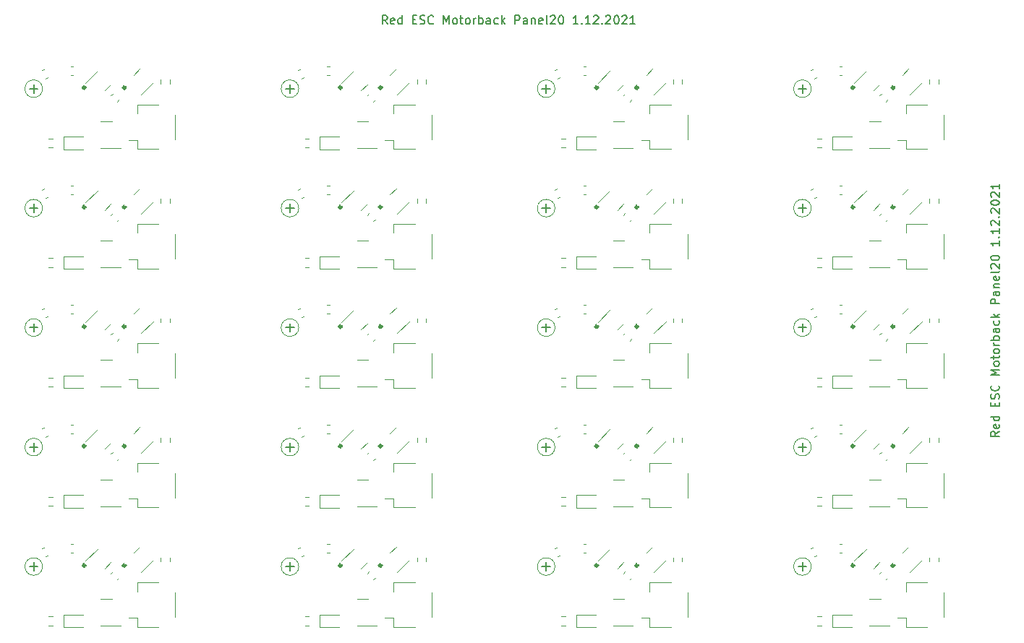
<source format=gbr>
%TF.GenerationSoftware,KiCad,Pcbnew,6.0.0-rc1-unknown-c40e921cb3~144~ubuntu18.04.1*%
%TF.CreationDate,2021-12-01T16:53:05+00:00*%
%TF.ProjectId,output.panel20,6f757470-7574-42e7-9061-6e656c32302e,rev?*%
%TF.SameCoordinates,PX9896800PY7270e00*%
%TF.FileFunction,Legend,Top*%
%TF.FilePolarity,Positive*%
%FSLAX46Y46*%
G04 Gerber Fmt 4.6, Leading zero omitted, Abs format (unit mm)*
G04 Created by KiCad (PCBNEW 6.0.0-rc1-unknown-c40e921cb3~144~ubuntu18.04.1) date 2021-12-01 16:53:05*
%MOMM*%
%LPD*%
G01*
G04 APERTURE LIST*
%ADD10C,0.310000*%
%ADD11C,0.120000*%
%ADD12C,0.150000*%
G04 APERTURE END LIST*
D10*
X-67845000Y29100000D02*
G75*
G03*
X-67845000Y29100000I-155000J0D01*
G01*
D11*
X-47570437Y56970437D02*
G75*
G03*
X-47570437Y56970437I-1029563J0D01*
G01*
D10*
X-72545000Y43100000D02*
G75*
G03*
X-72545000Y43100000I-155000J0D01*
G01*
X22155000Y29100000D02*
G75*
G03*
X22155000Y29100000I-155000J0D01*
G01*
X-7845000Y43100000D02*
G75*
G03*
X-7845000Y43100000I-155000J0D01*
G01*
X-67845000Y1100000D02*
G75*
G03*
X-67845000Y1100000I-155000J0D01*
G01*
X-7845000Y29100000D02*
G75*
G03*
X-7845000Y29100000I-155000J0D01*
G01*
D11*
X-77570437Y970437D02*
G75*
G03*
X-77570437Y970437I-1029563J0D01*
G01*
D10*
X17455000Y29100000D02*
G75*
G03*
X17455000Y29100000I-155000J0D01*
G01*
D11*
X-17570437Y28970437D02*
G75*
G03*
X-17570437Y28970437I-1029563J0D01*
G01*
D10*
X-7845000Y57100000D02*
G75*
G03*
X-7845000Y57100000I-155000J0D01*
G01*
X-67845000Y43100000D02*
G75*
G03*
X-67845000Y43100000I-155000J0D01*
G01*
D11*
X12429563Y42970437D02*
G75*
G03*
X12429563Y42970437I-1029563J0D01*
G01*
D10*
X17455000Y15100000D02*
G75*
G03*
X17455000Y15100000I-155000J0D01*
G01*
D11*
X12429563Y56970437D02*
G75*
G03*
X12429563Y56970437I-1029563J0D01*
G01*
X-77570437Y14970437D02*
G75*
G03*
X-77570437Y14970437I-1029563J0D01*
G01*
D10*
X22155000Y43100000D02*
G75*
G03*
X22155000Y43100000I-155000J0D01*
G01*
X17455000Y57100000D02*
G75*
G03*
X17455000Y57100000I-155000J0D01*
G01*
X-37845000Y57100000D02*
G75*
G03*
X-37845000Y57100000I-155000J0D01*
G01*
X-12545000Y43100000D02*
G75*
G03*
X-12545000Y43100000I-155000J0D01*
G01*
D11*
X-17570437Y56970437D02*
G75*
G03*
X-17570437Y56970437I-1029563J0D01*
G01*
X-17570437Y14970437D02*
G75*
G03*
X-17570437Y14970437I-1029563J0D01*
G01*
D10*
X-12545000Y1100000D02*
G75*
G03*
X-12545000Y1100000I-155000J0D01*
G01*
X-42545000Y1100000D02*
G75*
G03*
X-42545000Y1100000I-155000J0D01*
G01*
X-37845000Y15100000D02*
G75*
G03*
X-37845000Y15100000I-155000J0D01*
G01*
X-67845000Y15100000D02*
G75*
G03*
X-67845000Y15100000I-155000J0D01*
G01*
X-42545000Y15100000D02*
G75*
G03*
X-42545000Y15100000I-155000J0D01*
G01*
D11*
X-77570437Y42970437D02*
G75*
G03*
X-77570437Y42970437I-1029563J0D01*
G01*
D10*
X-12545000Y29100000D02*
G75*
G03*
X-12545000Y29100000I-155000J0D01*
G01*
D11*
X12429563Y14970437D02*
G75*
G03*
X12429563Y14970437I-1029563J0D01*
G01*
D10*
X-42545000Y29100000D02*
G75*
G03*
X-42545000Y29100000I-155000J0D01*
G01*
D11*
X-47570437Y14970437D02*
G75*
G03*
X-47570437Y14970437I-1029563J0D01*
G01*
D10*
X-37845000Y29100000D02*
G75*
G03*
X-37845000Y29100000I-155000J0D01*
G01*
X-12545000Y15100000D02*
G75*
G03*
X-12545000Y15100000I-155000J0D01*
G01*
X22155000Y57100000D02*
G75*
G03*
X22155000Y57100000I-155000J0D01*
G01*
X-72545000Y1100000D02*
G75*
G03*
X-72545000Y1100000I-155000J0D01*
G01*
D11*
X-47570437Y28970437D02*
G75*
G03*
X-47570437Y28970437I-1029563J0D01*
G01*
D10*
X-67845000Y57100000D02*
G75*
G03*
X-67845000Y57100000I-155000J0D01*
G01*
X-42545000Y57100000D02*
G75*
G03*
X-42545000Y57100000I-155000J0D01*
G01*
D11*
X12429563Y970437D02*
G75*
G03*
X12429563Y970437I-1029563J0D01*
G01*
X-17570437Y970437D02*
G75*
G03*
X-17570437Y970437I-1029563J0D01*
G01*
X-77570437Y56970437D02*
G75*
G03*
X-77570437Y56970437I-1029563J0D01*
G01*
D10*
X-72545000Y29100000D02*
G75*
G03*
X-72545000Y29100000I-155000J0D01*
G01*
X-37845000Y1100000D02*
G75*
G03*
X-37845000Y1100000I-155000J0D01*
G01*
X-72545000Y57100000D02*
G75*
G03*
X-72545000Y57100000I-155000J0D01*
G01*
X17455000Y43100000D02*
G75*
G03*
X17455000Y43100000I-155000J0D01*
G01*
X-12545000Y57100000D02*
G75*
G03*
X-12545000Y57100000I-155000J0D01*
G01*
X-72545000Y15100000D02*
G75*
G03*
X-72545000Y15100000I-155000J0D01*
G01*
D11*
X-47570437Y42970437D02*
G75*
G03*
X-47570437Y42970437I-1029563J0D01*
G01*
X-17570437Y42970437D02*
G75*
G03*
X-17570437Y42970437I-1029563J0D01*
G01*
X-77570437Y28970437D02*
G75*
G03*
X-77570437Y28970437I-1029563J0D01*
G01*
D10*
X22155000Y1100000D02*
G75*
G03*
X22155000Y1100000I-155000J0D01*
G01*
D11*
X-47570437Y970437D02*
G75*
G03*
X-47570437Y970437I-1029563J0D01*
G01*
D10*
X-7845000Y15100000D02*
G75*
G03*
X-7845000Y15100000I-155000J0D01*
G01*
X-42545000Y43100000D02*
G75*
G03*
X-42545000Y43100000I-155000J0D01*
G01*
D11*
X12429563Y28970437D02*
G75*
G03*
X12429563Y28970437I-1029563J0D01*
G01*
D10*
X17455000Y1100000D02*
G75*
G03*
X17455000Y1100000I-155000J0D01*
G01*
X22155000Y15100000D02*
G75*
G03*
X22155000Y15100000I-155000J0D01*
G01*
X-7845000Y1100000D02*
G75*
G03*
X-7845000Y1100000I-155000J0D01*
G01*
X-37845000Y43100000D02*
G75*
G03*
X-37845000Y43100000I-155000J0D01*
G01*
D12*
X-49095239Y56977580D02*
X-48104762Y56977580D01*
X-48600000Y56482342D02*
X-48600000Y57472818D01*
X10904761Y977580D02*
X11895238Y977580D01*
X11400000Y482342D02*
X11400000Y1472818D01*
X-79095239Y56977580D02*
X-78104762Y56977580D01*
X-78600000Y56482342D02*
X-78600000Y57472818D01*
X-19095239Y42977580D02*
X-18104762Y42977580D01*
X-18600000Y42482342D02*
X-18600000Y43472818D01*
X-37190477Y64547620D02*
X-37523810Y65023810D01*
X-37761905Y64547620D02*
X-37761905Y65547620D01*
X-37380953Y65547620D01*
X-37285715Y65500000D01*
X-37238096Y65452381D01*
X-37190477Y65357143D01*
X-37190477Y65214286D01*
X-37238096Y65119048D01*
X-37285715Y65071429D01*
X-37380953Y65023810D01*
X-37761905Y65023810D01*
X-36380953Y64595239D02*
X-36476191Y64547620D01*
X-36666667Y64547620D01*
X-36761905Y64595239D01*
X-36809524Y64690477D01*
X-36809524Y65071429D01*
X-36761905Y65166667D01*
X-36666667Y65214286D01*
X-36476191Y65214286D01*
X-36380953Y65166667D01*
X-36333334Y65071429D01*
X-36333334Y64976191D01*
X-36809524Y64880953D01*
X-35476191Y64547620D02*
X-35476191Y65547620D01*
X-35476191Y64595239D02*
X-35571429Y64547620D01*
X-35761905Y64547620D01*
X-35857143Y64595239D01*
X-35904762Y64642858D01*
X-35952381Y64738096D01*
X-35952381Y65023810D01*
X-35904762Y65119048D01*
X-35857143Y65166667D01*
X-35761905Y65214286D01*
X-35571429Y65214286D01*
X-35476191Y65166667D01*
X-34238096Y65071429D02*
X-33904762Y65071429D01*
X-33761905Y64547620D02*
X-34238096Y64547620D01*
X-34238096Y65547620D01*
X-33761905Y65547620D01*
X-33380953Y64595239D02*
X-33238096Y64547620D01*
X-33000000Y64547620D01*
X-32904762Y64595239D01*
X-32857143Y64642858D01*
X-32809524Y64738096D01*
X-32809524Y64833334D01*
X-32857143Y64928572D01*
X-32904762Y64976191D01*
X-33000000Y65023810D01*
X-33190477Y65071429D01*
X-33285715Y65119048D01*
X-33333334Y65166667D01*
X-33380953Y65261905D01*
X-33380953Y65357143D01*
X-33333334Y65452381D01*
X-33285715Y65500000D01*
X-33190477Y65547620D01*
X-32952381Y65547620D01*
X-32809524Y65500000D01*
X-31809524Y64642858D02*
X-31857143Y64595239D01*
X-32000000Y64547620D01*
X-32095239Y64547620D01*
X-32238096Y64595239D01*
X-32333334Y64690477D01*
X-32380953Y64785715D01*
X-32428572Y64976191D01*
X-32428572Y65119048D01*
X-32380953Y65309524D01*
X-32333334Y65404762D01*
X-32238096Y65500000D01*
X-32095239Y65547620D01*
X-32000000Y65547620D01*
X-31857143Y65500000D01*
X-31809524Y65452381D01*
X-30619048Y64547620D02*
X-30619048Y65547620D01*
X-30285715Y64833334D01*
X-29952381Y65547620D01*
X-29952381Y64547620D01*
X-29333334Y64547620D02*
X-29428572Y64595239D01*
X-29476191Y64642858D01*
X-29523810Y64738096D01*
X-29523810Y65023810D01*
X-29476191Y65119048D01*
X-29428572Y65166667D01*
X-29333334Y65214286D01*
X-29190477Y65214286D01*
X-29095239Y65166667D01*
X-29047620Y65119048D01*
X-29000000Y65023810D01*
X-29000000Y64738096D01*
X-29047620Y64642858D01*
X-29095239Y64595239D01*
X-29190477Y64547620D01*
X-29333334Y64547620D01*
X-28714286Y65214286D02*
X-28333334Y65214286D01*
X-28571429Y65547620D02*
X-28571429Y64690477D01*
X-28523810Y64595239D01*
X-28428572Y64547620D01*
X-28333334Y64547620D01*
X-27857143Y64547620D02*
X-27952381Y64595239D01*
X-28000000Y64642858D01*
X-28047620Y64738096D01*
X-28047620Y65023810D01*
X-28000000Y65119048D01*
X-27952381Y65166667D01*
X-27857143Y65214286D01*
X-27714286Y65214286D01*
X-27619048Y65166667D01*
X-27571429Y65119048D01*
X-27523810Y65023810D01*
X-27523810Y64738096D01*
X-27571429Y64642858D01*
X-27619048Y64595239D01*
X-27714286Y64547620D01*
X-27857143Y64547620D01*
X-27095239Y64547620D02*
X-27095239Y65214286D01*
X-27095239Y65023810D02*
X-27047620Y65119048D01*
X-27000000Y65166667D01*
X-26904762Y65214286D01*
X-26809524Y65214286D01*
X-26476191Y64547620D02*
X-26476191Y65547620D01*
X-26476191Y65166667D02*
X-26380953Y65214286D01*
X-26190477Y65214286D01*
X-26095239Y65166667D01*
X-26047620Y65119048D01*
X-26000000Y65023810D01*
X-26000000Y64738096D01*
X-26047620Y64642858D01*
X-26095239Y64595239D01*
X-26190477Y64547620D01*
X-26380953Y64547620D01*
X-26476191Y64595239D01*
X-25142858Y64547620D02*
X-25142858Y65071429D01*
X-25190477Y65166667D01*
X-25285715Y65214286D01*
X-25476191Y65214286D01*
X-25571429Y65166667D01*
X-25142858Y64595239D02*
X-25238096Y64547620D01*
X-25476191Y64547620D01*
X-25571429Y64595239D01*
X-25619048Y64690477D01*
X-25619048Y64785715D01*
X-25571429Y64880953D01*
X-25476191Y64928572D01*
X-25238096Y64928572D01*
X-25142858Y64976191D01*
X-24238096Y64595239D02*
X-24333334Y64547620D01*
X-24523810Y64547620D01*
X-24619048Y64595239D01*
X-24666667Y64642858D01*
X-24714286Y64738096D01*
X-24714286Y65023810D01*
X-24666667Y65119048D01*
X-24619048Y65166667D01*
X-24523810Y65214286D01*
X-24333334Y65214286D01*
X-24238096Y65166667D01*
X-23809524Y64547620D02*
X-23809524Y65547620D01*
X-23714286Y64928572D02*
X-23428572Y64547620D01*
X-23428572Y65214286D02*
X-23809524Y64833334D01*
X-22238096Y64547620D02*
X-22238096Y65547620D01*
X-21857143Y65547620D01*
X-21761905Y65500000D01*
X-21714286Y65452381D01*
X-21666667Y65357143D01*
X-21666667Y65214286D01*
X-21714286Y65119048D01*
X-21761905Y65071429D01*
X-21857143Y65023810D01*
X-22238096Y65023810D01*
X-20809524Y64547620D02*
X-20809524Y65071429D01*
X-20857143Y65166667D01*
X-20952381Y65214286D01*
X-21142858Y65214286D01*
X-21238096Y65166667D01*
X-20809524Y64595239D02*
X-20904762Y64547620D01*
X-21142858Y64547620D01*
X-21238096Y64595239D01*
X-21285715Y64690477D01*
X-21285715Y64785715D01*
X-21238096Y64880953D01*
X-21142858Y64928572D01*
X-20904762Y64928572D01*
X-20809524Y64976191D01*
X-20333334Y65214286D02*
X-20333334Y64547620D01*
X-20333334Y65119048D02*
X-20285715Y65166667D01*
X-20190477Y65214286D01*
X-20047620Y65214286D01*
X-19952381Y65166667D01*
X-19904762Y65071429D01*
X-19904762Y64547620D01*
X-19047620Y64595239D02*
X-19142858Y64547620D01*
X-19333334Y64547620D01*
X-19428572Y64595239D01*
X-19476191Y64690477D01*
X-19476191Y65071429D01*
X-19428572Y65166667D01*
X-19333334Y65214286D01*
X-19142858Y65214286D01*
X-19047620Y65166667D01*
X-19000000Y65071429D01*
X-19000000Y64976191D01*
X-19476191Y64880953D01*
X-18428572Y64547620D02*
X-18523810Y64595239D01*
X-18571429Y64690477D01*
X-18571429Y65547620D01*
X-18095239Y65452381D02*
X-18047620Y65500000D01*
X-17952381Y65547620D01*
X-17714286Y65547620D01*
X-17619048Y65500000D01*
X-17571429Y65452381D01*
X-17523810Y65357143D01*
X-17523810Y65261905D01*
X-17571429Y65119048D01*
X-18142858Y64547620D01*
X-17523810Y64547620D01*
X-16904762Y65547620D02*
X-16809524Y65547620D01*
X-16714286Y65500000D01*
X-16666667Y65452381D01*
X-16619048Y65357143D01*
X-16571429Y65166667D01*
X-16571429Y64928572D01*
X-16619048Y64738096D01*
X-16666667Y64642858D01*
X-16714286Y64595239D01*
X-16809524Y64547620D01*
X-16904762Y64547620D01*
X-17000000Y64595239D01*
X-17047620Y64642858D01*
X-17095239Y64738096D01*
X-17142858Y64928572D01*
X-17142858Y65166667D01*
X-17095239Y65357143D01*
X-17047620Y65452381D01*
X-17000000Y65500000D01*
X-16904762Y65547620D01*
X-14857143Y64547620D02*
X-15428572Y64547620D01*
X-15142858Y64547620D02*
X-15142858Y65547620D01*
X-15238096Y65404762D01*
X-15333334Y65309524D01*
X-15428572Y65261905D01*
X-14428572Y64642858D02*
X-14380953Y64595239D01*
X-14428572Y64547620D01*
X-14476191Y64595239D01*
X-14428572Y64642858D01*
X-14428572Y64547620D01*
X-13428572Y64547620D02*
X-14000000Y64547620D01*
X-13714286Y64547620D02*
X-13714286Y65547620D01*
X-13809524Y65404762D01*
X-13904762Y65309524D01*
X-14000000Y65261905D01*
X-13047620Y65452381D02*
X-13000000Y65500000D01*
X-12904762Y65547620D01*
X-12666667Y65547620D01*
X-12571429Y65500000D01*
X-12523810Y65452381D01*
X-12476191Y65357143D01*
X-12476191Y65261905D01*
X-12523810Y65119048D01*
X-13095239Y64547620D01*
X-12476191Y64547620D01*
X-12047620Y64642858D02*
X-12000000Y64595239D01*
X-12047620Y64547620D01*
X-12095239Y64595239D01*
X-12047620Y64642858D01*
X-12047620Y64547620D01*
X-11619048Y65452381D02*
X-11571429Y65500000D01*
X-11476191Y65547620D01*
X-11238096Y65547620D01*
X-11142858Y65500000D01*
X-11095239Y65452381D01*
X-11047620Y65357143D01*
X-11047620Y65261905D01*
X-11095239Y65119048D01*
X-11666667Y64547620D01*
X-11047620Y64547620D01*
X-10428572Y65547620D02*
X-10333334Y65547620D01*
X-10238096Y65500000D01*
X-10190477Y65452381D01*
X-10142858Y65357143D01*
X-10095239Y65166667D01*
X-10095239Y64928572D01*
X-10142858Y64738096D01*
X-10190477Y64642858D01*
X-10238096Y64595239D01*
X-10333334Y64547620D01*
X-10428572Y64547620D01*
X-10523810Y64595239D01*
X-10571429Y64642858D01*
X-10619048Y64738096D01*
X-10666667Y64928572D01*
X-10666667Y65166667D01*
X-10619048Y65357143D01*
X-10571429Y65452381D01*
X-10523810Y65500000D01*
X-10428572Y65547620D01*
X-9714286Y65452381D02*
X-9666667Y65500000D01*
X-9571429Y65547620D01*
X-9333334Y65547620D01*
X-9238096Y65500000D01*
X-9190477Y65452381D01*
X-9142858Y65357143D01*
X-9142858Y65261905D01*
X-9190477Y65119048D01*
X-9761905Y64547620D01*
X-9142858Y64547620D01*
X-8190477Y64547620D02*
X-8761905Y64547620D01*
X-8476191Y64547620D02*
X-8476191Y65547620D01*
X-8571429Y65404762D01*
X-8666667Y65309524D01*
X-8761905Y65261905D01*
X10904761Y28977580D02*
X11895238Y28977580D01*
X11400000Y28482342D02*
X11400000Y29472818D01*
X-49095239Y42977580D02*
X-48104762Y42977580D01*
X-48600000Y42482342D02*
X-48600000Y43472818D01*
X-19095239Y56977580D02*
X-18104762Y56977580D01*
X-18600000Y56482342D02*
X-18600000Y57472818D01*
X10904761Y56977580D02*
X11895238Y56977580D01*
X11400000Y56482342D02*
X11400000Y57472818D01*
X-49095239Y28977580D02*
X-48104762Y28977580D01*
X-48600000Y28482342D02*
X-48600000Y29472818D01*
X10904761Y14977580D02*
X11895238Y14977580D01*
X11400000Y14482342D02*
X11400000Y15472818D01*
X-19095239Y28977580D02*
X-18104762Y28977580D01*
X-18600000Y28482342D02*
X-18600000Y29472818D01*
X-19095239Y14977580D02*
X-18104762Y14977580D01*
X-18600000Y14482342D02*
X-18600000Y15472818D01*
X-79095239Y28977580D02*
X-78104762Y28977580D01*
X-78600000Y28482342D02*
X-78600000Y29472818D01*
X-79095239Y42977580D02*
X-78104762Y42977580D01*
X-78600000Y42482342D02*
X-78600000Y43472818D01*
X-79095239Y14977580D02*
X-78104762Y14977580D01*
X-78600000Y14482342D02*
X-78600000Y15472818D01*
X10904761Y42977580D02*
X11895238Y42977580D01*
X11400000Y42482342D02*
X11400000Y43472818D01*
X-79095239Y977580D02*
X-78104762Y977580D01*
X-78600000Y482342D02*
X-78600000Y1472818D01*
X34452380Y16809524D02*
X33976190Y16476191D01*
X34452380Y16238096D02*
X33452380Y16238096D01*
X33452380Y16619048D01*
X33500000Y16714286D01*
X33547619Y16761905D01*
X33642857Y16809524D01*
X33785714Y16809524D01*
X33880952Y16761905D01*
X33928571Y16714286D01*
X33976190Y16619048D01*
X33976190Y16238096D01*
X34404761Y17619048D02*
X34452380Y17523810D01*
X34452380Y17333334D01*
X34404761Y17238096D01*
X34309523Y17190477D01*
X33928571Y17190477D01*
X33833333Y17238096D01*
X33785714Y17333334D01*
X33785714Y17523810D01*
X33833333Y17619048D01*
X33928571Y17666667D01*
X34023809Y17666667D01*
X34119047Y17190477D01*
X34452380Y18523810D02*
X33452380Y18523810D01*
X34404761Y18523810D02*
X34452380Y18428572D01*
X34452380Y18238096D01*
X34404761Y18142858D01*
X34357142Y18095239D01*
X34261904Y18047620D01*
X33976190Y18047620D01*
X33880952Y18095239D01*
X33833333Y18142858D01*
X33785714Y18238096D01*
X33785714Y18428572D01*
X33833333Y18523810D01*
X33928571Y19761905D02*
X33928571Y20095239D01*
X34452380Y20238096D02*
X34452380Y19761905D01*
X33452380Y19761905D01*
X33452380Y20238096D01*
X34404761Y20619048D02*
X34452380Y20761905D01*
X34452380Y21000000D01*
X34404761Y21095239D01*
X34357142Y21142858D01*
X34261904Y21190477D01*
X34166666Y21190477D01*
X34071428Y21142858D01*
X34023809Y21095239D01*
X33976190Y21000000D01*
X33928571Y20809524D01*
X33880952Y20714286D01*
X33833333Y20666667D01*
X33738095Y20619048D01*
X33642857Y20619048D01*
X33547619Y20666667D01*
X33500000Y20714286D01*
X33452380Y20809524D01*
X33452380Y21047620D01*
X33500000Y21190477D01*
X34357142Y22190477D02*
X34404761Y22142858D01*
X34452380Y22000000D01*
X34452380Y21904762D01*
X34404761Y21761905D01*
X34309523Y21666667D01*
X34214285Y21619048D01*
X34023809Y21571429D01*
X33880952Y21571429D01*
X33690476Y21619048D01*
X33595238Y21666667D01*
X33500000Y21761905D01*
X33452380Y21904762D01*
X33452380Y22000000D01*
X33500000Y22142858D01*
X33547619Y22190477D01*
X34452380Y23380953D02*
X33452380Y23380953D01*
X34166666Y23714286D01*
X33452380Y24047620D01*
X34452380Y24047620D01*
X34452380Y24666667D02*
X34404761Y24571429D01*
X34357142Y24523810D01*
X34261904Y24476191D01*
X33976190Y24476191D01*
X33880952Y24523810D01*
X33833333Y24571429D01*
X33785714Y24666667D01*
X33785714Y24809524D01*
X33833333Y24904762D01*
X33880952Y24952381D01*
X33976190Y25000000D01*
X34261904Y25000000D01*
X34357142Y24952381D01*
X34404761Y24904762D01*
X34452380Y24809524D01*
X34452380Y24666667D01*
X33785714Y25285715D02*
X33785714Y25666667D01*
X33452380Y25428572D02*
X34309523Y25428572D01*
X34404761Y25476191D01*
X34452380Y25571429D01*
X34452380Y25666667D01*
X34452380Y26142858D02*
X34404761Y26047620D01*
X34357142Y26000000D01*
X34261904Y25952381D01*
X33976190Y25952381D01*
X33880952Y26000000D01*
X33833333Y26047620D01*
X33785714Y26142858D01*
X33785714Y26285715D01*
X33833333Y26380953D01*
X33880952Y26428572D01*
X33976190Y26476191D01*
X34261904Y26476191D01*
X34357142Y26428572D01*
X34404761Y26380953D01*
X34452380Y26285715D01*
X34452380Y26142858D01*
X34452380Y26904762D02*
X33785714Y26904762D01*
X33976190Y26904762D02*
X33880952Y26952381D01*
X33833333Y27000000D01*
X33785714Y27095239D01*
X33785714Y27190477D01*
X34452380Y27523810D02*
X33452380Y27523810D01*
X33833333Y27523810D02*
X33785714Y27619048D01*
X33785714Y27809524D01*
X33833333Y27904762D01*
X33880952Y27952381D01*
X33976190Y28000000D01*
X34261904Y28000000D01*
X34357142Y27952381D01*
X34404761Y27904762D01*
X34452380Y27809524D01*
X34452380Y27619048D01*
X34404761Y27523810D01*
X34452380Y28857143D02*
X33928571Y28857143D01*
X33833333Y28809524D01*
X33785714Y28714286D01*
X33785714Y28523810D01*
X33833333Y28428572D01*
X34404761Y28857143D02*
X34452380Y28761905D01*
X34452380Y28523810D01*
X34404761Y28428572D01*
X34309523Y28380953D01*
X34214285Y28380953D01*
X34119047Y28428572D01*
X34071428Y28523810D01*
X34071428Y28761905D01*
X34023809Y28857143D01*
X34404761Y29761905D02*
X34452380Y29666667D01*
X34452380Y29476191D01*
X34404761Y29380953D01*
X34357142Y29333334D01*
X34261904Y29285715D01*
X33976190Y29285715D01*
X33880952Y29333334D01*
X33833333Y29380953D01*
X33785714Y29476191D01*
X33785714Y29666667D01*
X33833333Y29761905D01*
X34452380Y30190477D02*
X33452380Y30190477D01*
X34071428Y30285715D02*
X34452380Y30571429D01*
X33785714Y30571429D02*
X34166666Y30190477D01*
X34452380Y31761905D02*
X33452380Y31761905D01*
X33452380Y32142858D01*
X33500000Y32238096D01*
X33547619Y32285715D01*
X33642857Y32333334D01*
X33785714Y32333334D01*
X33880952Y32285715D01*
X33928571Y32238096D01*
X33976190Y32142858D01*
X33976190Y31761905D01*
X34452380Y33190477D02*
X33928571Y33190477D01*
X33833333Y33142858D01*
X33785714Y33047620D01*
X33785714Y32857143D01*
X33833333Y32761905D01*
X34404761Y33190477D02*
X34452380Y33095239D01*
X34452380Y32857143D01*
X34404761Y32761905D01*
X34309523Y32714286D01*
X34214285Y32714286D01*
X34119047Y32761905D01*
X34071428Y32857143D01*
X34071428Y33095239D01*
X34023809Y33190477D01*
X33785714Y33666667D02*
X34452380Y33666667D01*
X33880952Y33666667D02*
X33833333Y33714286D01*
X33785714Y33809524D01*
X33785714Y33952381D01*
X33833333Y34047620D01*
X33928571Y34095239D01*
X34452380Y34095239D01*
X34404761Y34952381D02*
X34452380Y34857143D01*
X34452380Y34666667D01*
X34404761Y34571429D01*
X34309523Y34523810D01*
X33928571Y34523810D01*
X33833333Y34571429D01*
X33785714Y34666667D01*
X33785714Y34857143D01*
X33833333Y34952381D01*
X33928571Y35000000D01*
X34023809Y35000000D01*
X34119047Y34523810D01*
X34452380Y35571429D02*
X34404761Y35476191D01*
X34309523Y35428572D01*
X33452380Y35428572D01*
X33547619Y35904762D02*
X33500000Y35952381D01*
X33452380Y36047620D01*
X33452380Y36285715D01*
X33500000Y36380953D01*
X33547619Y36428572D01*
X33642857Y36476191D01*
X33738095Y36476191D01*
X33880952Y36428572D01*
X34452380Y35857143D01*
X34452380Y36476191D01*
X33452380Y37095239D02*
X33452380Y37190477D01*
X33500000Y37285715D01*
X33547619Y37333334D01*
X33642857Y37380953D01*
X33833333Y37428572D01*
X34071428Y37428572D01*
X34261904Y37380953D01*
X34357142Y37333334D01*
X34404761Y37285715D01*
X34452380Y37190477D01*
X34452380Y37095239D01*
X34404761Y37000000D01*
X34357142Y36952381D01*
X34261904Y36904762D01*
X34071428Y36857143D01*
X33833333Y36857143D01*
X33642857Y36904762D01*
X33547619Y36952381D01*
X33500000Y37000000D01*
X33452380Y37095239D01*
X34452380Y39142858D02*
X34452380Y38571429D01*
X34452380Y38857143D02*
X33452380Y38857143D01*
X33595238Y38761905D01*
X33690476Y38666667D01*
X33738095Y38571429D01*
X34357142Y39571429D02*
X34404761Y39619048D01*
X34452380Y39571429D01*
X34404761Y39523810D01*
X34357142Y39571429D01*
X34452380Y39571429D01*
X34452380Y40571429D02*
X34452380Y40000000D01*
X34452380Y40285715D02*
X33452380Y40285715D01*
X33595238Y40190477D01*
X33690476Y40095239D01*
X33738095Y40000000D01*
X33547619Y40952381D02*
X33500000Y41000000D01*
X33452380Y41095239D01*
X33452380Y41333334D01*
X33500000Y41428572D01*
X33547619Y41476191D01*
X33642857Y41523810D01*
X33738095Y41523810D01*
X33880952Y41476191D01*
X34452380Y40904762D01*
X34452380Y41523810D01*
X34357142Y41952381D02*
X34404761Y42000000D01*
X34452380Y41952381D01*
X34404761Y41904762D01*
X34357142Y41952381D01*
X34452380Y41952381D01*
X33547619Y42380953D02*
X33500000Y42428572D01*
X33452380Y42523810D01*
X33452380Y42761905D01*
X33500000Y42857143D01*
X33547619Y42904762D01*
X33642857Y42952381D01*
X33738095Y42952381D01*
X33880952Y42904762D01*
X34452380Y42333334D01*
X34452380Y42952381D01*
X33452380Y43571429D02*
X33452380Y43666667D01*
X33500000Y43761905D01*
X33547619Y43809524D01*
X33642857Y43857143D01*
X33833333Y43904762D01*
X34071428Y43904762D01*
X34261904Y43857143D01*
X34357142Y43809524D01*
X34404761Y43761905D01*
X34452380Y43666667D01*
X34452380Y43571429D01*
X34404761Y43476191D01*
X34357142Y43428572D01*
X34261904Y43380953D01*
X34071428Y43333334D01*
X33833333Y43333334D01*
X33642857Y43380953D01*
X33547619Y43428572D01*
X33500000Y43476191D01*
X33452380Y43571429D01*
X33547619Y44285715D02*
X33500000Y44333334D01*
X33452380Y44428572D01*
X33452380Y44666667D01*
X33500000Y44761905D01*
X33547619Y44809524D01*
X33642857Y44857143D01*
X33738095Y44857143D01*
X33880952Y44809524D01*
X34452380Y44238096D01*
X34452380Y44857143D01*
X34452380Y45809524D02*
X34452380Y45238096D01*
X34452380Y45523810D02*
X33452380Y45523810D01*
X33595238Y45428572D01*
X33690476Y45333334D01*
X33738095Y45238096D01*
X-19095239Y977580D02*
X-18104762Y977580D01*
X-18600000Y482342D02*
X-18600000Y1472818D01*
X-49095239Y14977580D02*
X-48104762Y14977580D01*
X-48600000Y14482342D02*
X-48600000Y15472818D01*
X-49095239Y977580D02*
X-48104762Y977580D01*
X-48600000Y482342D02*
X-48600000Y1472818D01*
%TO.C,*%
D11*
%TO.C,R1*%
X13162742Y-5922500D02*
X13637258Y-5922500D01*
X13162742Y-4877500D02*
X13637258Y-4877500D01*
%TO.C,R2*%
X-33722500Y57562742D02*
X-33722500Y58037258D01*
X-32677500Y57562742D02*
X-32677500Y58037258D01*
%TO.C,C3*%
X20638781Y42360030D02*
X20439970Y42161219D01*
X21360030Y41638781D02*
X21161219Y41439970D01*
%TO.C,C2*%
X15759420Y16590000D02*
X16040580Y16590000D01*
X15759420Y17610000D02*
X16040580Y17610000D01*
%TO.C,D1*%
X-75085000Y7865000D02*
X-72800000Y7865000D01*
X-72800000Y9335000D02*
X-75085000Y9335000D01*
X-75085000Y9335000D02*
X-75085000Y7865000D01*
X-42800000Y9335000D02*
X-45085000Y9335000D01*
X-45085000Y9335000D02*
X-45085000Y7865000D01*
X-45085000Y7865000D02*
X-42800000Y7865000D01*
%TO.C,C3*%
X21360030Y27638781D02*
X21161219Y27439970D01*
X20638781Y28360030D02*
X20439970Y28161219D01*
%TO.C,C2*%
X-14240580Y31610000D02*
X-13959420Y31610000D01*
X-14240580Y30590000D02*
X-13959420Y30590000D01*
%TO.C,C1*%
X-16971323Y58285472D02*
X-17230132Y58175614D01*
X-17369868Y59224386D02*
X-17628677Y59114528D01*
%TO.C,J1*%
X27985000Y9060000D02*
X27985000Y11940000D01*
X23515000Y8940000D02*
X22525000Y8940000D01*
X26015000Y7890000D02*
X23515000Y7890000D01*
X23515000Y7890000D02*
X23515000Y8940000D01*
X26015000Y13110000D02*
X23515000Y13110000D01*
X23515000Y13110000D02*
X23515000Y12060000D01*
%TO.C,C2*%
X-74240580Y58590000D02*
X-73959420Y58590000D01*
X-74240580Y59610000D02*
X-73959420Y59610000D01*
%TO.C,U1*%
X17447380Y15631299D02*
X18861594Y17045513D01*
X20445513Y15461594D02*
X19738406Y14754487D01*
X-9554487Y15461594D02*
X-10261594Y14754487D01*
X-12552620Y15631299D02*
X-11138406Y17045513D01*
%TO.C,J1*%
X26015000Y21890000D02*
X23515000Y21890000D01*
X27985000Y23060000D02*
X27985000Y25940000D01*
X26015000Y27110000D02*
X23515000Y27110000D01*
X23515000Y21890000D02*
X23515000Y22940000D01*
X23515000Y22940000D02*
X22525000Y22940000D01*
X23515000Y27110000D02*
X23515000Y26060000D01*
X-36485000Y-5060000D02*
X-37475000Y-5060000D01*
X-32015000Y-4940000D02*
X-32015000Y-2060000D01*
X-33985000Y-890000D02*
X-36485000Y-890000D01*
X-36485000Y-6110000D02*
X-36485000Y-5060000D01*
X-33985000Y-6110000D02*
X-36485000Y-6110000D01*
X-36485000Y-890000D02*
X-36485000Y-1940000D01*
%TO.C,R2*%
X27322500Y1562742D02*
X27322500Y2037258D01*
X26277500Y1562742D02*
X26277500Y2037258D01*
%TO.C,C3*%
X-8639970Y41638781D02*
X-8838781Y41439970D01*
X-9361219Y42360030D02*
X-9560030Y42161219D01*
%TO.C,R2*%
X-63722500Y29562742D02*
X-63722500Y30037258D01*
X-62677500Y29562742D02*
X-62677500Y30037258D01*
%TO.C,D1*%
X14915000Y9335000D02*
X14915000Y7865000D01*
X17200000Y9335000D02*
X14915000Y9335000D01*
X14915000Y7865000D02*
X17200000Y7865000D01*
%TO.C,R2*%
X27322500Y43562742D02*
X27322500Y44037258D01*
X26277500Y43562742D02*
X26277500Y44037258D01*
%TO.C,U2*%
X23115111Y16584889D02*
X23822218Y17291995D01*
X23977782Y14308005D02*
X25391995Y15722218D01*
X-6884889Y2584889D02*
X-6177782Y3291995D01*
X-6022218Y308005D02*
X-4608005Y1722218D01*
%TO.C,C2*%
X-74240580Y3610000D02*
X-73959420Y3610000D01*
X-74240580Y2590000D02*
X-73959420Y2590000D01*
%TO.C,C1*%
X-46971323Y2285472D02*
X-47230132Y2175614D01*
X-47369868Y3224386D02*
X-47628677Y3114528D01*
%TO.C,U3*%
X-40100000Y-2840000D02*
X-39450000Y-2840000D01*
X-40100000Y-5960000D02*
X-38425000Y-5960000D01*
X-40100000Y-5960000D02*
X-40750000Y-5960000D01*
X-40100000Y-2840000D02*
X-40750000Y-2840000D01*
%TO.C,U1*%
X-69554487Y57461594D02*
X-70261594Y56754487D01*
X-72552620Y57631299D02*
X-71138406Y59045513D01*
%TO.C,C1*%
X-77369868Y17224386D02*
X-77628677Y17114528D01*
X-76971323Y16285472D02*
X-77230132Y16175614D01*
%TO.C,C2*%
X15759420Y58590000D02*
X16040580Y58590000D01*
X15759420Y59610000D02*
X16040580Y59610000D01*
%TO.C,J1*%
X-2015000Y51060000D02*
X-2015000Y53940000D01*
X-6485000Y49890000D02*
X-6485000Y50940000D01*
X-6485000Y55110000D02*
X-6485000Y54060000D01*
X-6485000Y50940000D02*
X-7475000Y50940000D01*
X-3985000Y55110000D02*
X-6485000Y55110000D01*
X-3985000Y49890000D02*
X-6485000Y49890000D01*
%TO.C,U2*%
X23115111Y44584889D02*
X23822218Y45291995D01*
X23977782Y42308005D02*
X25391995Y43722218D01*
%TO.C,U1*%
X-12552620Y43631299D02*
X-11138406Y45045513D01*
X-9554487Y43461594D02*
X-10261594Y42754487D01*
%TO.C,R1*%
X-46837258Y37122500D02*
X-46362742Y37122500D01*
X-46837258Y36077500D02*
X-46362742Y36077500D01*
%TO.C,C1*%
X-46971323Y44285472D02*
X-47230132Y44175614D01*
X-47369868Y45224386D02*
X-47628677Y45114528D01*
%TO.C,U3*%
X-10100000Y22040000D02*
X-8425000Y22040000D01*
X-10100000Y25160000D02*
X-10750000Y25160000D01*
X-10100000Y22040000D02*
X-10750000Y22040000D01*
X-10100000Y25160000D02*
X-9450000Y25160000D01*
%TO.C,R1*%
X-76837258Y37122500D02*
X-76362742Y37122500D01*
X-76837258Y36077500D02*
X-76362742Y36077500D01*
%TO.C,U2*%
X-6884889Y58584889D02*
X-6177782Y59291995D01*
X-6022218Y56308005D02*
X-4608005Y57722218D01*
X-66022218Y56308005D02*
X-64608005Y57722218D01*
X-66884889Y58584889D02*
X-66177782Y59291995D01*
%TO.C,C1*%
X-16971323Y44285472D02*
X-17230132Y44175614D01*
X-17369868Y45224386D02*
X-17628677Y45114528D01*
%TO.C,U3*%
X19900000Y53160000D02*
X20550000Y53160000D01*
X19900000Y50040000D02*
X21575000Y50040000D01*
X19900000Y53160000D02*
X19250000Y53160000D01*
X19900000Y50040000D02*
X19250000Y50040000D01*
%TO.C,C1*%
X-77369868Y31224386D02*
X-77628677Y31114528D01*
X-76971323Y30285472D02*
X-77230132Y30175614D01*
%TO.C,D1*%
X14915000Y-4665000D02*
X14915000Y-6135000D01*
X14915000Y-6135000D02*
X17200000Y-6135000D01*
X17200000Y-4665000D02*
X14915000Y-4665000D01*
%TO.C,U2*%
X-6884889Y16584889D02*
X-6177782Y17291995D01*
X-6022218Y14308005D02*
X-4608005Y15722218D01*
X-66884889Y44584889D02*
X-66177782Y45291995D01*
X-66022218Y42308005D02*
X-64608005Y43722218D01*
%TO.C,R1*%
X13162742Y51122500D02*
X13637258Y51122500D01*
X13162742Y50077500D02*
X13637258Y50077500D01*
%TO.C,D1*%
X-75085000Y-4665000D02*
X-75085000Y-6135000D01*
X-75085000Y-6135000D02*
X-72800000Y-6135000D01*
X-72800000Y-4665000D02*
X-75085000Y-4665000D01*
%TO.C,U3*%
X-70100000Y39160000D02*
X-70750000Y39160000D01*
X-70100000Y36040000D02*
X-68425000Y36040000D01*
X-70100000Y39160000D02*
X-69450000Y39160000D01*
X-70100000Y36040000D02*
X-70750000Y36040000D01*
%TO.C,J1*%
X-36485000Y21890000D02*
X-36485000Y22940000D01*
X-33985000Y27110000D02*
X-36485000Y27110000D01*
X-32015000Y23060000D02*
X-32015000Y25940000D01*
X-36485000Y22940000D02*
X-37475000Y22940000D01*
X-36485000Y27110000D02*
X-36485000Y26060000D01*
X-33985000Y21890000D02*
X-36485000Y21890000D01*
%TO.C,C1*%
X-77369868Y59224386D02*
X-77628677Y59114528D01*
X-76971323Y58285472D02*
X-77230132Y58175614D01*
%TO.C,U3*%
X-70100000Y22040000D02*
X-70750000Y22040000D01*
X-70100000Y25160000D02*
X-70750000Y25160000D01*
X-70100000Y22040000D02*
X-68425000Y22040000D01*
X-70100000Y25160000D02*
X-69450000Y25160000D01*
X-70100000Y-2840000D02*
X-69450000Y-2840000D01*
X-70100000Y-5960000D02*
X-70750000Y-5960000D01*
X-70100000Y-5960000D02*
X-68425000Y-5960000D01*
X-70100000Y-2840000D02*
X-70750000Y-2840000D01*
X-10100000Y50040000D02*
X-10750000Y50040000D01*
X-10100000Y53160000D02*
X-9450000Y53160000D01*
X-10100000Y53160000D02*
X-10750000Y53160000D01*
X-10100000Y50040000D02*
X-8425000Y50040000D01*
%TO.C,J1*%
X-2015000Y37060000D02*
X-2015000Y39940000D01*
X-6485000Y36940000D02*
X-7475000Y36940000D01*
X-3985000Y41110000D02*
X-6485000Y41110000D01*
X-6485000Y35890000D02*
X-6485000Y36940000D01*
X-3985000Y35890000D02*
X-6485000Y35890000D01*
X-6485000Y41110000D02*
X-6485000Y40060000D01*
%TO.C,U3*%
X-40100000Y50040000D02*
X-38425000Y50040000D01*
X-40100000Y50040000D02*
X-40750000Y50040000D01*
X-40100000Y53160000D02*
X-40750000Y53160000D01*
X-40100000Y53160000D02*
X-39450000Y53160000D01*
%TO.C,C1*%
X-77369868Y45224386D02*
X-77628677Y45114528D01*
X-76971323Y44285472D02*
X-77230132Y44175614D01*
%TO.C,C3*%
X-8639970Y-361219D02*
X-8838781Y-560030D01*
X-9361219Y360030D02*
X-9560030Y161219D01*
%TO.C,U1*%
X-39554487Y43461594D02*
X-40261594Y42754487D01*
X-42552620Y43631299D02*
X-41138406Y45045513D01*
%TO.C,R1*%
X13162742Y8077500D02*
X13637258Y8077500D01*
X13162742Y9122500D02*
X13637258Y9122500D01*
%TO.C,U2*%
X-36022218Y14308005D02*
X-34608005Y15722218D01*
X-36884889Y16584889D02*
X-36177782Y17291995D01*
%TO.C,R2*%
X-62677500Y15562742D02*
X-62677500Y16037258D01*
X-63722500Y15562742D02*
X-63722500Y16037258D01*
%TO.C,C1*%
X-47369868Y59224386D02*
X-47628677Y59114528D01*
X-46971323Y58285472D02*
X-47230132Y58175614D01*
%TO.C,D1*%
X-15085000Y-6135000D02*
X-12800000Y-6135000D01*
X-15085000Y-4665000D02*
X-15085000Y-6135000D01*
X-12800000Y-4665000D02*
X-15085000Y-4665000D01*
%TO.C,R2*%
X-32677500Y43562742D02*
X-32677500Y44037258D01*
X-33722500Y43562742D02*
X-33722500Y44037258D01*
%TO.C,C3*%
X-39361219Y56360030D02*
X-39560030Y56161219D01*
X-38639970Y55638781D02*
X-38838781Y55439970D01*
%TO.C,C1*%
X13028677Y58285472D02*
X12769868Y58175614D01*
X12630132Y59224386D02*
X12371323Y59114528D01*
%TO.C,U1*%
X-69554487Y1461594D02*
X-70261594Y754487D01*
X-72552620Y1631299D02*
X-71138406Y3045513D01*
%TO.C,C2*%
X-74240580Y31610000D02*
X-73959420Y31610000D01*
X-74240580Y30590000D02*
X-73959420Y30590000D01*
%TO.C,R1*%
X-46837258Y-5922500D02*
X-46362742Y-5922500D01*
X-46837258Y-4877500D02*
X-46362742Y-4877500D01*
%TO.C,R2*%
X-32677500Y1562742D02*
X-32677500Y2037258D01*
X-33722500Y1562742D02*
X-33722500Y2037258D01*
%TO.C,R1*%
X-76837258Y51122500D02*
X-76362742Y51122500D01*
X-76837258Y50077500D02*
X-76362742Y50077500D01*
%TO.C,C2*%
X-14240580Y59610000D02*
X-13959420Y59610000D01*
X-14240580Y58590000D02*
X-13959420Y58590000D01*
%TO.C,U2*%
X-36884889Y44584889D02*
X-36177782Y45291995D01*
X-36022218Y42308005D02*
X-34608005Y43722218D01*
%TO.C,R2*%
X-33722500Y15562742D02*
X-33722500Y16037258D01*
X-32677500Y15562742D02*
X-32677500Y16037258D01*
%TO.C,C2*%
X-44240580Y3610000D02*
X-43959420Y3610000D01*
X-44240580Y2590000D02*
X-43959420Y2590000D01*
%TO.C,U3*%
X19900000Y36040000D02*
X21575000Y36040000D01*
X19900000Y39160000D02*
X20550000Y39160000D01*
X19900000Y39160000D02*
X19250000Y39160000D01*
X19900000Y36040000D02*
X19250000Y36040000D01*
%TO.C,U2*%
X23977782Y28308005D02*
X25391995Y29722218D01*
X23115111Y30584889D02*
X23822218Y31291995D01*
%TO.C,C1*%
X-77369868Y3224386D02*
X-77628677Y3114528D01*
X-76971323Y2285472D02*
X-77230132Y2175614D01*
X-16971323Y2285472D02*
X-17230132Y2175614D01*
X-17369868Y3224386D02*
X-17628677Y3114528D01*
%TO.C,R1*%
X-16837258Y-4877500D02*
X-16362742Y-4877500D01*
X-16837258Y-5922500D02*
X-16362742Y-5922500D01*
%TO.C,U2*%
X-36884889Y58584889D02*
X-36177782Y59291995D01*
X-36022218Y56308005D02*
X-34608005Y57722218D01*
%TO.C,C1*%
X-46971323Y30285472D02*
X-47230132Y30175614D01*
X-47369868Y31224386D02*
X-47628677Y31114528D01*
X-16971323Y30285472D02*
X-17230132Y30175614D01*
X-17369868Y31224386D02*
X-17628677Y31114528D01*
X13028677Y44285472D02*
X12769868Y44175614D01*
X12630132Y45224386D02*
X12371323Y45114528D01*
%TO.C,U1*%
X17447380Y29631299D02*
X18861594Y31045513D01*
X20445513Y29461594D02*
X19738406Y28754487D01*
%TO.C,C1*%
X13028677Y2285472D02*
X12769868Y2175614D01*
X12630132Y3224386D02*
X12371323Y3114528D01*
%TO.C,R1*%
X-76837258Y-4877500D02*
X-76362742Y-4877500D01*
X-76837258Y-5922500D02*
X-76362742Y-5922500D01*
%TO.C,U1*%
X-69554487Y15461594D02*
X-70261594Y14754487D01*
X-72552620Y15631299D02*
X-71138406Y17045513D01*
X17447380Y43631299D02*
X18861594Y45045513D01*
X20445513Y43461594D02*
X19738406Y42754487D01*
%TO.C,C3*%
X-68639970Y55638781D02*
X-68838781Y55439970D01*
X-69361219Y56360030D02*
X-69560030Y56161219D01*
%TO.C,R1*%
X13162742Y22077500D02*
X13637258Y22077500D01*
X13162742Y23122500D02*
X13637258Y23122500D01*
%TO.C,C2*%
X15759420Y3610000D02*
X16040580Y3610000D01*
X15759420Y2590000D02*
X16040580Y2590000D01*
%TO.C,C3*%
X-69361219Y28360030D02*
X-69560030Y28161219D01*
X-68639970Y27638781D02*
X-68838781Y27439970D01*
%TO.C,D1*%
X-75085000Y37335000D02*
X-75085000Y35865000D01*
X-75085000Y35865000D02*
X-72800000Y35865000D01*
X-72800000Y37335000D02*
X-75085000Y37335000D01*
%TO.C,J1*%
X-6485000Y21890000D02*
X-6485000Y22940000D01*
X-6485000Y27110000D02*
X-6485000Y26060000D01*
X-2015000Y23060000D02*
X-2015000Y25940000D01*
X-3985000Y27110000D02*
X-6485000Y27110000D01*
X-3985000Y21890000D02*
X-6485000Y21890000D01*
X-6485000Y22940000D02*
X-7475000Y22940000D01*
X-36485000Y8940000D02*
X-37475000Y8940000D01*
X-33985000Y7890000D02*
X-36485000Y7890000D01*
X-36485000Y7890000D02*
X-36485000Y8940000D01*
X-33985000Y13110000D02*
X-36485000Y13110000D01*
X-32015000Y9060000D02*
X-32015000Y11940000D01*
X-36485000Y13110000D02*
X-36485000Y12060000D01*
%TO.C,U1*%
X-39554487Y29461594D02*
X-40261594Y28754487D01*
X-42552620Y29631299D02*
X-41138406Y31045513D01*
%TO.C,R2*%
X-2677500Y57562742D02*
X-2677500Y58037258D01*
X-3722500Y57562742D02*
X-3722500Y58037258D01*
%TO.C,U1*%
X-39554487Y57461594D02*
X-40261594Y56754487D01*
X-42552620Y57631299D02*
X-41138406Y59045513D01*
%TO.C,U3*%
X-10100000Y36040000D02*
X-10750000Y36040000D01*
X-10100000Y36040000D02*
X-8425000Y36040000D01*
X-10100000Y39160000D02*
X-9450000Y39160000D01*
X-10100000Y39160000D02*
X-10750000Y39160000D01*
%TO.C,R1*%
X-16837258Y22077500D02*
X-16362742Y22077500D01*
X-16837258Y23122500D02*
X-16362742Y23122500D01*
%TO.C,U3*%
X-10100000Y-2840000D02*
X-9450000Y-2840000D01*
X-10100000Y-5960000D02*
X-10750000Y-5960000D01*
X-10100000Y-2840000D02*
X-10750000Y-2840000D01*
X-10100000Y-5960000D02*
X-8425000Y-5960000D01*
%TO.C,U2*%
X-66022218Y28308005D02*
X-64608005Y29722218D01*
X-66884889Y30584889D02*
X-66177782Y31291995D01*
%TO.C,U1*%
X-12552620Y57631299D02*
X-11138406Y59045513D01*
X-9554487Y57461594D02*
X-10261594Y56754487D01*
%TO.C,C2*%
X-74240580Y16590000D02*
X-73959420Y16590000D01*
X-74240580Y17610000D02*
X-73959420Y17610000D01*
%TO.C,R2*%
X-2677500Y43562742D02*
X-2677500Y44037258D01*
X-3722500Y43562742D02*
X-3722500Y44037258D01*
%TO.C,C1*%
X12630132Y31224386D02*
X12371323Y31114528D01*
X13028677Y30285472D02*
X12769868Y30175614D01*
%TO.C,U2*%
X-36022218Y28308005D02*
X-34608005Y29722218D01*
X-36884889Y30584889D02*
X-36177782Y31291995D01*
%TO.C,R2*%
X-63722500Y57562742D02*
X-63722500Y58037258D01*
X-62677500Y57562742D02*
X-62677500Y58037258D01*
%TO.C,D1*%
X-15085000Y9335000D02*
X-15085000Y7865000D01*
X-12800000Y9335000D02*
X-15085000Y9335000D01*
X-15085000Y7865000D02*
X-12800000Y7865000D01*
%TO.C,U1*%
X-69554487Y29461594D02*
X-70261594Y28754487D01*
X-72552620Y29631299D02*
X-71138406Y31045513D01*
%TO.C,D1*%
X14915000Y23335000D02*
X14915000Y21865000D01*
X14915000Y21865000D02*
X17200000Y21865000D01*
X17200000Y23335000D02*
X14915000Y23335000D01*
%TO.C,J1*%
X-62015000Y-4940000D02*
X-62015000Y-2060000D01*
X-66485000Y-6110000D02*
X-66485000Y-5060000D01*
X-66485000Y-5060000D02*
X-67475000Y-5060000D01*
X-63985000Y-6110000D02*
X-66485000Y-6110000D01*
X-66485000Y-890000D02*
X-66485000Y-1940000D01*
X-63985000Y-890000D02*
X-66485000Y-890000D01*
%TO.C,D1*%
X-42800000Y37335000D02*
X-45085000Y37335000D01*
X-45085000Y37335000D02*
X-45085000Y35865000D01*
X-45085000Y35865000D02*
X-42800000Y35865000D01*
%TO.C,R2*%
X26277500Y15562742D02*
X26277500Y16037258D01*
X27322500Y15562742D02*
X27322500Y16037258D01*
%TO.C,C2*%
X-14240580Y44590000D02*
X-13959420Y44590000D01*
X-14240580Y45610000D02*
X-13959420Y45610000D01*
%TO.C,D1*%
X-42800000Y-4665000D02*
X-45085000Y-4665000D01*
X-45085000Y-6135000D02*
X-42800000Y-6135000D01*
X-45085000Y-4665000D02*
X-45085000Y-6135000D01*
%TO.C,U3*%
X19900000Y25160000D02*
X20550000Y25160000D01*
X19900000Y25160000D02*
X19250000Y25160000D01*
X19900000Y22040000D02*
X19250000Y22040000D01*
X19900000Y22040000D02*
X21575000Y22040000D01*
%TO.C,J1*%
X-62015000Y9060000D02*
X-62015000Y11940000D01*
X-63985000Y7890000D02*
X-66485000Y7890000D01*
X-66485000Y13110000D02*
X-66485000Y12060000D01*
X-63985000Y13110000D02*
X-66485000Y13110000D01*
X-66485000Y8940000D02*
X-67475000Y8940000D01*
X-66485000Y7890000D02*
X-66485000Y8940000D01*
%TO.C,C2*%
X15759420Y44590000D02*
X16040580Y44590000D01*
X15759420Y45610000D02*
X16040580Y45610000D01*
%TO.C,D1*%
X-15085000Y49865000D02*
X-12800000Y49865000D01*
X-15085000Y51335000D02*
X-15085000Y49865000D01*
X-12800000Y51335000D02*
X-15085000Y51335000D01*
%TO.C,C3*%
X-68639970Y41638781D02*
X-68838781Y41439970D01*
X-69361219Y42360030D02*
X-69560030Y42161219D01*
%TO.C,U3*%
X19900000Y11160000D02*
X19250000Y11160000D01*
X19900000Y8040000D02*
X21575000Y8040000D01*
X19900000Y8040000D02*
X19250000Y8040000D01*
X19900000Y11160000D02*
X20550000Y11160000D01*
%TO.C,C3*%
X-69361219Y360030D02*
X-69560030Y161219D01*
X-68639970Y-361219D02*
X-68838781Y-560030D01*
%TO.C,C2*%
X-44240580Y31610000D02*
X-43959420Y31610000D01*
X-44240580Y30590000D02*
X-43959420Y30590000D01*
%TO.C,C3*%
X-39361219Y360030D02*
X-39560030Y161219D01*
X-38639970Y-361219D02*
X-38838781Y-560030D01*
%TO.C,U1*%
X20445513Y57461594D02*
X19738406Y56754487D01*
X17447380Y57631299D02*
X18861594Y59045513D01*
X-42552620Y15631299D02*
X-41138406Y17045513D01*
X-39554487Y15461594D02*
X-40261594Y14754487D01*
%TO.C,R1*%
X13162742Y37122500D02*
X13637258Y37122500D01*
X13162742Y36077500D02*
X13637258Y36077500D01*
X-16837258Y8077500D02*
X-16362742Y8077500D01*
X-16837258Y9122500D02*
X-16362742Y9122500D01*
%TO.C,U1*%
X-9554487Y29461594D02*
X-10261594Y28754487D01*
X-12552620Y29631299D02*
X-11138406Y31045513D01*
%TO.C,C2*%
X-14240580Y2590000D02*
X-13959420Y2590000D01*
X-14240580Y3610000D02*
X-13959420Y3610000D01*
%TO.C,U3*%
X-40100000Y39160000D02*
X-40750000Y39160000D01*
X-40100000Y36040000D02*
X-38425000Y36040000D01*
X-40100000Y36040000D02*
X-40750000Y36040000D01*
X-40100000Y39160000D02*
X-39450000Y39160000D01*
%TO.C,C2*%
X-14240580Y16590000D02*
X-13959420Y16590000D01*
X-14240580Y17610000D02*
X-13959420Y17610000D01*
%TO.C,U3*%
X-40100000Y22040000D02*
X-40750000Y22040000D01*
X-40100000Y25160000D02*
X-40750000Y25160000D01*
X-40100000Y22040000D02*
X-38425000Y22040000D01*
X-40100000Y25160000D02*
X-39450000Y25160000D01*
%TO.C,U1*%
X-69554487Y43461594D02*
X-70261594Y42754487D01*
X-72552620Y43631299D02*
X-71138406Y45045513D01*
%TO.C,D1*%
X14915000Y37335000D02*
X14915000Y35865000D01*
X14915000Y35865000D02*
X17200000Y35865000D01*
X17200000Y37335000D02*
X14915000Y37335000D01*
%TO.C,C3*%
X-8639970Y55638781D02*
X-8838781Y55439970D01*
X-9361219Y56360030D02*
X-9560030Y56161219D01*
%TO.C,C2*%
X-44240580Y17610000D02*
X-43959420Y17610000D01*
X-44240580Y16590000D02*
X-43959420Y16590000D01*
%TO.C,R2*%
X-2677500Y15562742D02*
X-2677500Y16037258D01*
X-3722500Y15562742D02*
X-3722500Y16037258D01*
%TO.C,D1*%
X-15085000Y37335000D02*
X-15085000Y35865000D01*
X-12800000Y37335000D02*
X-15085000Y37335000D01*
X-15085000Y35865000D02*
X-12800000Y35865000D01*
X14915000Y49865000D02*
X17200000Y49865000D01*
X14915000Y51335000D02*
X14915000Y49865000D01*
X17200000Y51335000D02*
X14915000Y51335000D01*
%TO.C,C3*%
X-68639970Y13638781D02*
X-68838781Y13439970D01*
X-69361219Y14360030D02*
X-69560030Y14161219D01*
%TO.C,C2*%
X-44240580Y59610000D02*
X-43959420Y59610000D01*
X-44240580Y58590000D02*
X-43959420Y58590000D01*
%TO.C,J1*%
X-3985000Y13110000D02*
X-6485000Y13110000D01*
X-3985000Y7890000D02*
X-6485000Y7890000D01*
X-6485000Y13110000D02*
X-6485000Y12060000D01*
X-6485000Y7890000D02*
X-6485000Y8940000D01*
X-2015000Y9060000D02*
X-2015000Y11940000D01*
X-6485000Y8940000D02*
X-7475000Y8940000D01*
X26015000Y-890000D02*
X23515000Y-890000D01*
X26015000Y-6110000D02*
X23515000Y-6110000D01*
X23515000Y-890000D02*
X23515000Y-1940000D01*
X27985000Y-4940000D02*
X27985000Y-2060000D01*
X23515000Y-6110000D02*
X23515000Y-5060000D01*
X23515000Y-5060000D02*
X22525000Y-5060000D01*
%TO.C,R1*%
X-16837258Y36077500D02*
X-16362742Y36077500D01*
X-16837258Y37122500D02*
X-16362742Y37122500D01*
%TO.C,U2*%
X-6022218Y28308005D02*
X-4608005Y29722218D01*
X-6884889Y30584889D02*
X-6177782Y31291995D01*
%TO.C,D1*%
X-75085000Y51335000D02*
X-75085000Y49865000D01*
X-75085000Y49865000D02*
X-72800000Y49865000D01*
X-72800000Y51335000D02*
X-75085000Y51335000D01*
%TO.C,R1*%
X-16837258Y51122500D02*
X-16362742Y51122500D01*
X-16837258Y50077500D02*
X-16362742Y50077500D01*
%TO.C,R2*%
X-3722500Y29562742D02*
X-3722500Y30037258D01*
X-2677500Y29562742D02*
X-2677500Y30037258D01*
X-62677500Y43562742D02*
X-62677500Y44037258D01*
X-63722500Y43562742D02*
X-63722500Y44037258D01*
%TO.C,D1*%
X-45085000Y23335000D02*
X-45085000Y21865000D01*
X-45085000Y21865000D02*
X-42800000Y21865000D01*
X-42800000Y23335000D02*
X-45085000Y23335000D01*
%TO.C,R2*%
X26277500Y57562742D02*
X26277500Y58037258D01*
X27322500Y57562742D02*
X27322500Y58037258D01*
%TO.C,C3*%
X-38639970Y13638781D02*
X-38838781Y13439970D01*
X-39361219Y14360030D02*
X-39560030Y14161219D01*
%TO.C,U1*%
X17447380Y1631299D02*
X18861594Y3045513D01*
X20445513Y1461594D02*
X19738406Y754487D01*
%TO.C,U2*%
X23115111Y2584889D02*
X23822218Y3291995D01*
X23977782Y308005D02*
X25391995Y1722218D01*
%TO.C,R2*%
X-2677500Y1562742D02*
X-2677500Y2037258D01*
X-3722500Y1562742D02*
X-3722500Y2037258D01*
%TO.C,J1*%
X-66485000Y22940000D02*
X-67475000Y22940000D01*
X-62015000Y23060000D02*
X-62015000Y25940000D01*
X-66485000Y27110000D02*
X-66485000Y26060000D01*
X-63985000Y21890000D02*
X-66485000Y21890000D01*
X-66485000Y21890000D02*
X-66485000Y22940000D01*
X-63985000Y27110000D02*
X-66485000Y27110000D01*
%TO.C,U3*%
X-10100000Y8040000D02*
X-10750000Y8040000D01*
X-10100000Y8040000D02*
X-8425000Y8040000D01*
X-10100000Y11160000D02*
X-10750000Y11160000D01*
X-10100000Y11160000D02*
X-9450000Y11160000D01*
%TO.C,C3*%
X-38639970Y41638781D02*
X-38838781Y41439970D01*
X-39361219Y42360030D02*
X-39560030Y42161219D01*
%TO.C,D1*%
X-15085000Y23335000D02*
X-15085000Y21865000D01*
X-12800000Y23335000D02*
X-15085000Y23335000D01*
X-15085000Y21865000D02*
X-12800000Y21865000D01*
%TO.C,C1*%
X13028677Y16285472D02*
X12769868Y16175614D01*
X12630132Y17224386D02*
X12371323Y17114528D01*
%TO.C,U2*%
X-66022218Y308005D02*
X-64608005Y1722218D01*
X-66884889Y2584889D02*
X-66177782Y3291995D01*
%TO.C,J1*%
X-36485000Y49890000D02*
X-36485000Y50940000D01*
X-36485000Y50940000D02*
X-37475000Y50940000D01*
X-36485000Y55110000D02*
X-36485000Y54060000D01*
X-33985000Y55110000D02*
X-36485000Y55110000D01*
X-32015000Y51060000D02*
X-32015000Y53940000D01*
X-33985000Y49890000D02*
X-36485000Y49890000D01*
%TO.C,U2*%
X-6022218Y42308005D02*
X-4608005Y43722218D01*
X-6884889Y44584889D02*
X-6177782Y45291995D01*
%TO.C,J1*%
X23515000Y55110000D02*
X23515000Y54060000D01*
X23515000Y49890000D02*
X23515000Y50940000D01*
X27985000Y51060000D02*
X27985000Y53940000D01*
X23515000Y50940000D02*
X22525000Y50940000D01*
X26015000Y49890000D02*
X23515000Y49890000D01*
X26015000Y55110000D02*
X23515000Y55110000D01*
%TO.C,C3*%
X21360030Y55638781D02*
X21161219Y55439970D01*
X20638781Y56360030D02*
X20439970Y56161219D01*
%TO.C,C1*%
X-17369868Y17224386D02*
X-17628677Y17114528D01*
X-16971323Y16285472D02*
X-17230132Y16175614D01*
%TO.C,R2*%
X-62677500Y1562742D02*
X-62677500Y2037258D01*
X-63722500Y1562742D02*
X-63722500Y2037258D01*
%TO.C,R1*%
X-46837258Y22077500D02*
X-46362742Y22077500D01*
X-46837258Y23122500D02*
X-46362742Y23122500D01*
%TO.C,C1*%
X-46971323Y16285472D02*
X-47230132Y16175614D01*
X-47369868Y17224386D02*
X-47628677Y17114528D01*
%TO.C,R1*%
X-46837258Y50077500D02*
X-46362742Y50077500D01*
X-46837258Y51122500D02*
X-46362742Y51122500D01*
%TO.C,U3*%
X-70100000Y50040000D02*
X-68425000Y50040000D01*
X-70100000Y53160000D02*
X-70750000Y53160000D01*
X-70100000Y53160000D02*
X-69450000Y53160000D01*
X-70100000Y50040000D02*
X-70750000Y50040000D01*
%TO.C,R2*%
X-32677500Y29562742D02*
X-32677500Y30037258D01*
X-33722500Y29562742D02*
X-33722500Y30037258D01*
%TO.C,C3*%
X-8639970Y13638781D02*
X-8838781Y13439970D01*
X-9361219Y14360030D02*
X-9560030Y14161219D01*
%TO.C,U2*%
X23977782Y56308005D02*
X25391995Y57722218D01*
X23115111Y58584889D02*
X23822218Y59291995D01*
%TO.C,J1*%
X-3985000Y-6110000D02*
X-6485000Y-6110000D01*
X-6485000Y-890000D02*
X-6485000Y-1940000D01*
X-3985000Y-890000D02*
X-6485000Y-890000D01*
X-2015000Y-4940000D02*
X-2015000Y-2060000D01*
X-6485000Y-6110000D02*
X-6485000Y-5060000D01*
X-6485000Y-5060000D02*
X-7475000Y-5060000D01*
%TO.C,D1*%
X-42800000Y51335000D02*
X-45085000Y51335000D01*
X-45085000Y51335000D02*
X-45085000Y49865000D01*
X-45085000Y49865000D02*
X-42800000Y49865000D01*
%TO.C,R1*%
X-46837258Y8077500D02*
X-46362742Y8077500D01*
X-46837258Y9122500D02*
X-46362742Y9122500D01*
%TO.C,C2*%
X-74240580Y45610000D02*
X-73959420Y45610000D01*
X-74240580Y44590000D02*
X-73959420Y44590000D01*
%TO.C,C3*%
X20638781Y14360030D02*
X20439970Y14161219D01*
X21360030Y13638781D02*
X21161219Y13439970D01*
%TO.C,J1*%
X-66485000Y36940000D02*
X-67475000Y36940000D01*
X-66485000Y35890000D02*
X-66485000Y36940000D01*
X-62015000Y37060000D02*
X-62015000Y39940000D01*
X-63985000Y35890000D02*
X-66485000Y35890000D01*
X-66485000Y41110000D02*
X-66485000Y40060000D01*
X-63985000Y41110000D02*
X-66485000Y41110000D01*
%TO.C,C3*%
X-9361219Y28360030D02*
X-9560030Y28161219D01*
X-8639970Y27638781D02*
X-8838781Y27439970D01*
%TO.C,R1*%
X-76837258Y22077500D02*
X-76362742Y22077500D01*
X-76837258Y23122500D02*
X-76362742Y23122500D01*
%TO.C,C2*%
X15759420Y30590000D02*
X16040580Y30590000D01*
X15759420Y31610000D02*
X16040580Y31610000D01*
X-44240580Y44590000D02*
X-43959420Y44590000D01*
X-44240580Y45610000D02*
X-43959420Y45610000D01*
%TO.C,C3*%
X21360030Y-361219D02*
X21161219Y-560030D01*
X20638781Y360030D02*
X20439970Y161219D01*
%TO.C,U3*%
X-40100000Y11160000D02*
X-40750000Y11160000D01*
X-40100000Y8040000D02*
X-40750000Y8040000D01*
X-40100000Y11160000D02*
X-39450000Y11160000D01*
X-40100000Y8040000D02*
X-38425000Y8040000D01*
%TO.C,J1*%
X27985000Y37060000D02*
X27985000Y39940000D01*
X23515000Y41110000D02*
X23515000Y40060000D01*
X23515000Y35890000D02*
X23515000Y36940000D01*
X26015000Y35890000D02*
X23515000Y35890000D01*
X23515000Y36940000D02*
X22525000Y36940000D01*
X26015000Y41110000D02*
X23515000Y41110000D01*
%TO.C,C3*%
X-39361219Y28360030D02*
X-39560030Y28161219D01*
X-38639970Y27638781D02*
X-38838781Y27439970D01*
%TO.C,U3*%
X-70100000Y11160000D02*
X-69450000Y11160000D01*
X-70100000Y11160000D02*
X-70750000Y11160000D01*
X-70100000Y8040000D02*
X-68425000Y8040000D01*
X-70100000Y8040000D02*
X-70750000Y8040000D01*
%TO.C,R1*%
X-76837258Y8077500D02*
X-76362742Y8077500D01*
X-76837258Y9122500D02*
X-76362742Y9122500D01*
%TO.C,J1*%
X-32015000Y37060000D02*
X-32015000Y39940000D01*
X-36485000Y35890000D02*
X-36485000Y36940000D01*
X-33985000Y41110000D02*
X-36485000Y41110000D01*
X-36485000Y36940000D02*
X-37475000Y36940000D01*
X-36485000Y41110000D02*
X-36485000Y40060000D01*
X-33985000Y35890000D02*
X-36485000Y35890000D01*
%TO.C,U2*%
X-66884889Y16584889D02*
X-66177782Y17291995D01*
X-66022218Y14308005D02*
X-64608005Y15722218D01*
X-36884889Y2584889D02*
X-36177782Y3291995D01*
X-36022218Y308005D02*
X-34608005Y1722218D01*
%TO.C,R2*%
X27322500Y29562742D02*
X27322500Y30037258D01*
X26277500Y29562742D02*
X26277500Y30037258D01*
%TO.C,D1*%
X-72800000Y23335000D02*
X-75085000Y23335000D01*
X-75085000Y21865000D02*
X-72800000Y21865000D01*
X-75085000Y23335000D02*
X-75085000Y21865000D01*
%TO.C,J1*%
X-62015000Y51060000D02*
X-62015000Y53940000D01*
X-66485000Y55110000D02*
X-66485000Y54060000D01*
X-66485000Y50940000D02*
X-67475000Y50940000D01*
X-66485000Y49890000D02*
X-66485000Y50940000D01*
X-63985000Y55110000D02*
X-66485000Y55110000D01*
X-63985000Y49890000D02*
X-66485000Y49890000D01*
%TO.C,U1*%
X-42552620Y1631299D02*
X-41138406Y3045513D01*
X-39554487Y1461594D02*
X-40261594Y754487D01*
X-12552620Y1631299D02*
X-11138406Y3045513D01*
X-9554487Y1461594D02*
X-10261594Y754487D01*
%TO.C,U3*%
X19900000Y-5960000D02*
X21575000Y-5960000D01*
X19900000Y-2840000D02*
X20550000Y-2840000D01*
X19900000Y-5960000D02*
X19250000Y-5960000D01*
X19900000Y-2840000D02*
X19250000Y-2840000D01*
%TD*%
M02*

</source>
